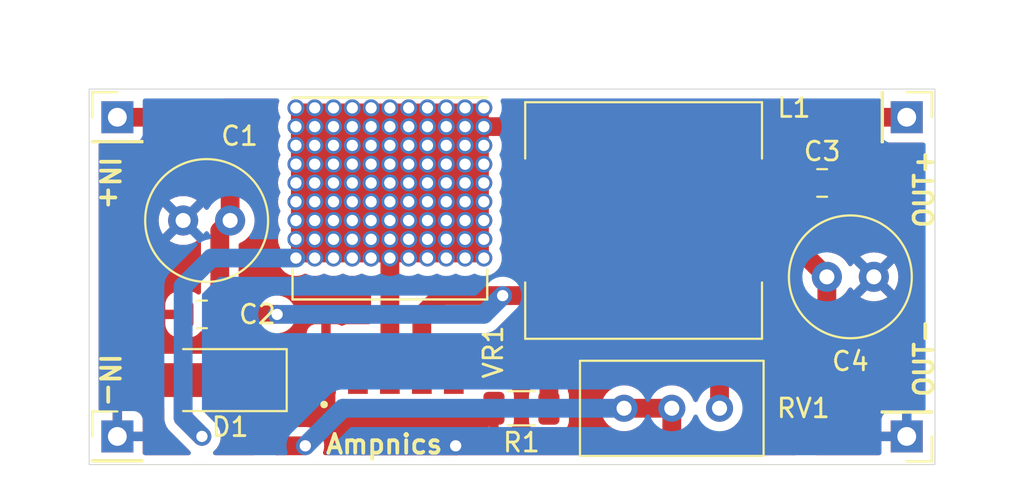
<source format=kicad_pcb>
(kicad_pcb (version 20240108) (generator "pcbnew") (generator_version "8.0")
  (layers (0 "F.Cu" signal) (31 "B.Cu" signal) (34 "B.Paste" user) (35 "F.Paste" user) (36 "B.SilkS" user "B.Silkscreen") (37 "F.SilkS" user "F.Silkscreen") (38 "B.Mask" user) (39 "F.Mask" user) (44 "Edge.Cuts" user))
  (net 0 "")
  (net 1 "GND")
  (net 2 "Net-(J1-Pin_1)")
  (net 3 "Net-(D1-K)")
  (net 4 "Net-(D1-A)")
  (net 5 "Net-(VR1-FB)")
  (footprint "Inductor_SMD:L_12x12mm_H8mm" (layer "F.Cu") (at 155 96.5)
    (property "Reference" "L1" (at 8 -6 0) (layer "F.SilkS"))
    (property "Value" "33uH")
    (fp_line (start -6.3 -6.3) (end 6.3 -6.3) (stroke (width 0.12)) (layer "F.SilkS"))
    (fp_line (start -6.3 -3.3) (end -6.3 -6.3) (stroke (width 0.12)) (layer "F.SilkS"))
    (fp_line (start -6.3 6.3) (end -6.3 3.3) (stroke (width 0.12)) (layer "F.SilkS"))
    (fp_line (start 6.3 -6.3) (end 6.3 -3.3) (stroke (width 0.12)) (layer "F.SilkS"))
    (fp_line (start 6.3 3.3) (end 6.3 6.3) (stroke (width 0.12)) (layer "F.SilkS"))
    (fp_line (start 6.3 6.3) (end -6.3 6.3) (stroke (width 0.12)) (layer "F.SilkS"))
    (pad "1" smd rect (at -4.95 0) (size 2.9 5.4) (layers "F.Cu" "F.Paste" "F.Mask") (net 2 "Net-(J1-Pin_1)"))
    (pad "2" smd rect (at 4.95 0) (size 2.9 5.4) (layers "F.Cu" "F.Paste" "F.Mask") (net 4 "Net-(D1-A)"))
  )
  (footprint "Connector_PinHeader_2.54mm:PinHeader_1x01_P2.54mm_Vertical" (layer "F.Cu") (at 127 108)
    (property "Reference" "J2" (hide yes))
    (property "Value" "Conn_01x01_Pin")
    (fp_line (start -1.33 -1.33) (end 0 -1.33) (stroke (width 0.12)) (layer "F.SilkS"))
    (fp_line (start -1.33 0) (end -1.33 -1.33) (stroke (width 0.12)) (layer "F.SilkS"))
    (fp_line (start -1.33 1.27) (end -1.33 1.33) (stroke (width 0.12)) (layer "F.SilkS"))
    (fp_line (start -1.33 1.27) (end 1.33 1.27) (stroke (width 0.12)) (layer "F.SilkS"))
    (fp_line (start -1.33 1.33) (end 1.33 1.33) (stroke (width 0.12)) (layer "F.SilkS"))
    (fp_line (start 1.33 1.27) (end 1.33 1.33) (stroke (width 0.12)) (layer "F.SilkS"))
    (pad "1" thru_hole rect (at 0 0) (size 1.7 1.7) (drill 1) (layers "*.Cu" "*.Mask") (net 1 "GND"))
  )
  (footprint "Capacitor_THT:C_Radial_D6.3mm_H11.0mm_P2.50mm" (layer "F.Cu") (at 133 96.5 180)
    (property "Reference" "C1" (at -0.5 4.5 0) (layer "F.SilkS"))
    (property "Value" "47uF/50V")
    (fp_circle (center 1.25 0) (end 4.52 0) (stroke (width 0.12)) (fill none) (layer "F.SilkS"))
    (pad "1" thru_hole circle (at 0 0 180) (size 1.6 1.6) (drill 0.8) (layers "*.Cu" "*.Mask") (net 2 "Net-(J1-Pin_1)"))
    (pad "2" thru_hole circle (at 2.5 0 180) (size 1.6 1.6) (drill 0.8) (layers "*.Cu" "*.Mask") (net 1 "GND"))
  )
  (footprint "Capacitor_SMD:C_0805_2012Metric" (layer "F.Cu") (at 131.5 101.5 180)
    (property "Reference" "C2" (at -2.95 0 0) (layer "F.SilkS"))
    (property "Value" "1uF")
    (fp_line (start -0.261252 0.735) (end 0.261252 0.735) (stroke (width 0.12)) (layer "F.SilkS"))
    (fp_line (start -0.261252 -0.735) (end 0.261252 -0.735) (stroke (width 0.12)) (layer "F.SilkS"))
    (pad "1" smd roundrect (at -0.95 0 180) (size 1 1.45) (layers "F.Cu" "F.Paste" "F.Mask") (net 2 "Net-(J1-Pin_1)"))
    (pad "2" smd roundrect (at 0.95 0 180) (size 1 1.45) (layers "F.Cu" "F.Paste" "F.Mask") (net 1 "GND"))
  )
  (footprint "Resistor_SMD:R_1206_3216Metric" (layer "F.Cu") (at 148.5 106.5 180)
    (property "Reference" "R1" (at 0 -1.82 0) (layer "F.SilkS"))
    (property "Value" "1K")
    (fp_line (start -0.727064 0.91) (end 0.727064 0.91) (stroke (width 0.12)) (layer "F.SilkS"))
    (fp_line (start -0.727064 -0.91) (end 0.727064 -0.91) (stroke (width 0.12)) (layer "F.SilkS"))
    (pad "1" smd roundrect (at -1.4625 0 180) (size 1.125 1.75) (layers "F.Cu" "F.Paste" "F.Mask") (roundrect_rratio 0.222222) (net 5 "Net-(VR1-FB)"))
    (pad "2" smd roundrect (at 1.4625 0 180) (size 1.125 1.75) (layers "F.Cu" "F.Paste" "F.Mask") (roundrect_rratio 0.222222) (net 1 "GND"))
  )
  (footprint "Connector_PinHeader_2.54mm:PinHeader_1x01_P2.54mm_Vertical" (layer "F.Cu") (at 169 108 180)
    (property "Reference" "J3" (hide yes))
    (property "Value" "Conn_01x01_Pin")
    (fp_line (start 1.33 1.27) (end 1.33 1.33) (stroke (width 0.12)) (layer "F.SilkS"))
    (fp_line (start -1.33 1.33) (end 1.33 1.33) (stroke (width 0.12)) (layer "F.SilkS"))
    (fp_line (start -1.33 1.27) (end 1.33 1.27) (stroke (width 0.12)) (layer "F.SilkS"))
    (fp_line (start -1.33 1.27) (end -1.33 1.33) (stroke (width 0.12)) (layer "F.SilkS"))
    (fp_line (start -1.33 0) (end -1.33 -1.33) (stroke (width 0.12)) (layer "F.SilkS"))
    (fp_line (start -1.33 -1.33) (end 0 -1.33) (stroke (width 0.12)) (layer "F.SilkS"))
    (pad "1" thru_hole rect (at 0 0 180) (size 1.7 1.7) (drill 1) (layers "*.Cu" "*.Mask") (net 1 "GND"))
  )
  (footprint "Capacitor_THT:C_Radial_D6.3mm_H11.0mm_P2.50mm" (layer "F.Cu") (at 164.75 99.5)
    (property "Reference" "C4" (at 1.25 4.5 0) (layer "F.SilkS"))
    (property "Value" "220uF/50V")
    (fp_circle (center 1.25 0) (end 4.52 0) (stroke (width 0.12)) (fill none) (layer "F.SilkS"))
    (pad "1" thru_hole circle (at 0 0) (size 1.6 1.6) (drill 0.8) (layers "*.Cu" "*.Mask") (net 3 "Net-(D1-K)"))
    (pad "2" thru_hole circle (at 2.5 0) (size 1.6 1.6) (drill 0.8) (layers "*.Cu" "*.Mask") (net 1 "GND"))
  )
  (footprint "Capacitor_SMD:C_0805_2012Metric" (layer "F.Cu") (at 164.5 94.5)
    (property "Reference" "C3" (at 0 -1.68 0) (layer "F.SilkS"))
    (property "Value" "1uF")
    (fp_line (start -0.261252 -0.735) (end 0.261252 -0.735) (stroke (width 0.12)) (layer "F.SilkS"))
    (fp_line (start -0.261252 0.735) (end 0.261252 0.735) (stroke (width 0.12)) (layer "F.SilkS"))
    (pad "1" smd roundrect (at -0.95 0) (size 1 1.45) (layers "F.Cu" "F.Paste" "F.Mask") (net 3 "Net-(D1-K)"))
    (pad "2" smd roundrect (at 0.95 0) (size 1 1.45) (layers "F.Cu" "F.Paste" "F.Mask") (net 1 "GND"))
  )
  (footprint "Connector_PinHeader_2.54mm:PinHeader_1x01_P2.54mm_Vertical" (layer "F.Cu") (at 127 91)
    (property "Reference" "J1" (hide yes))
    (property "Value" "Conn_01x01_Pin")
    (fp_line (start -1.33 -1.33) (end 0 -1.33) (stroke (width 0.12)) (layer "F.SilkS"))
    (fp_line (start -1.33 0) (end -1.33 -1.33) (stroke (width 0.12)) (layer "F.SilkS"))
    (fp_line (start -1.33 1.27) (end -1.33 1.33) (stroke (width 0.12)) (layer "F.SilkS"))
    (fp_line (start -1.33 1.27) (end 1.33 1.27) (stroke (width 0.12)) (layer "F.SilkS"))
    (fp_line (start -1.33 1.33) (end 1.33 1.33) (stroke (width 0.12)) (layer "F.SilkS"))
    (fp_line (start 1.33 1.27) (end 1.33 1.33) (stroke (width 0.12)) (layer "F.SilkS"))
    (pad "1" thru_hole rect (at 0 0) (size 1.7 1.7) (drill 1) (layers "*.Cu" "*.Mask") (net 2 "Net-(J1-Pin_1)"))
  )
  (footprint "Connector_PinHeader_2.54mm:PinHeader_1x01_P2.54mm_Vertical" (layer "F.Cu") (at 169 91 -90)
    (property "Reference" "J4" (hide yes))
    (property "Value" "Conn_01x01_Pin")
    (fp_line (start -1.33 1.33) (end 1.33 1.33) (stroke (width 0.12)) (layer "F.SilkS"))
    (fp_line (start -1.33 1.27) (end -1.33 1.33) (stroke (width 0.12)) (layer "F.SilkS"))
    (fp_line (start -1.33 1.27) (end 1.33 1.27) (stroke (width 0.12)) (layer "F.SilkS"))
    (fp_line (start 1.33 1.27) (end 1.33 1.33) (stroke (width 0.12)) (layer "F.SilkS"))
    (fp_line (start -1.33 0) (end -1.33 -1.33) (stroke (width 0.12)) (layer "F.SilkS"))
    (fp_line (start -1.33 -1.33) (end 0 -1.33) (stroke (width 0.12)) (layer "F.SilkS"))
    (pad "1" thru_hole rect (at 0 0 270) (size 1.7 1.7) (drill 1) (layers "*.Cu" "*.Mask") (net 3 "Net-(D1-K)"))
  )
  (footprint "XL6009:XL6009" (layer "F.Cu") (at 141.5 98 90)
    (property "Reference" "VR1" (at -5.5 5.5 90) (layer "F.SilkS"))
    (property "Value" "XL6009")
    (fp_line (start 8.05 -5.18) (end 8.05 5.18) (stroke (width 0.127)) (layer "F.SilkS"))
    (fp_line (start -1.1 -5.18) (end -2.705 -5.18) (stroke (width 0.127)) (layer "F.SilkS"))
    (fp_line (start -2.705 -5.18) (end -2.705 5.18) (stroke (width 0.127)) (layer "F.SilkS"))
    (fp_line (start -1.1 5.18) (end -2.705 5.18) (stroke (width 0.127)) (layer "F.SilkS"))
    (fp_circle (center -8.3 -3.5) (end -8.2 -3.5) (stroke (width 0.2)) (fill none) (layer "F.SilkS"))
    (pad "1" smd rect (at -6.13 -3.4 90) (size 3.21 1.05) (layers "F.Cu" "F.Paste" "F.Mask") (net 1 "GND"))
    (pad "2" smd rect (at -6.13 -1.7 90) (size 3.21 1.05) (layers "F.Cu" "F.Paste" "F.Mask"))
    (pad "3" smd rect (at -6.13 0 90) (size 3.21 1.05) (layers "F.Cu" "F.Paste" "F.Mask") (net 4 "Net-(D1-A)"))
    (pad "4" smd rect (at -6.13 1.7 90) (size 3.21 1.05) (layers "F.Cu" "F.Paste" "F.Mask") (net 2 "Net-(J1-Pin_1)"))
    (pad "5" smd rect (at -6.13 3.4 90) (size 3.21 1.05) (layers "F.Cu" "F.Paste" "F.Mask") (net 5 "Net-(VR1-FB)"))
    (pad "6" smd rect (at 3.5 0 90) (size 8.46 10.53) (layers "F.Cu" "F.Mask") (net 4 "Net-(D1-A)"))
  )
  (footprint "Diode_SMD:D_SMA" (layer "F.Cu") (at 132.5 105 180)
    (property "Reference" "D1" (at -0.5 -2.5 0) (layer "F.SilkS"))
    (property "Value" "SS34")
    (fp_line (start -3.51 1.65) (end 2 1.65) (stroke (width 0.12)) (layer "F.SilkS"))
    (fp_line (start -3.51 -1.65) (end 2 -1.65) (stroke (width 0.12)) (layer "F.SilkS"))
    (fp_line (start -3.51 -1.65) (end -3.51 1.65) (stroke (width 0.12)) (layer "F.SilkS"))
    (pad "1" smd roundrect (at -2 0 180) (size 2.5 1.8) (layers "F.Cu" "F.Paste" "F.Mask") (roundrect_rratio 0.1388888889) (net 3 "Net-(D1-K)"))
    (pad "2" smd roundrect (at 2 0 180) (size 2.5 1.8) (layers "F.Cu" "F.Paste" "F.Mask") (roundrect_rratio 0.1388888889) (net 4 "Net-(D1-A)"))
  )
  (footprint "Potentiometer_THT:Potentiometer_Bourns_3296W_Vertical" (layer "F.Cu") (at 159.04 106.5)
    (property "Reference" "RV1" (at 4.46 0 0) (layer "F.SilkS"))
    (property "Value" "50K")
    (fp_line (start -7.425 -2.53) (end -7.425 2.54) (stroke (width 0.12)) (layer "F.SilkS"))
    (fp_line (start -7.425 -2.53) (end 2.345 -2.53) (stroke (width 0.12)) (layer "F.SilkS"))
    (fp_line (start -7.425 2.54) (end 2.345 2.54) (stroke (width 0.12)) (layer "F.SilkS"))
    (fp_line (start 2.345 -2.53) (end 2.345 2.54) (stroke (width 0.12)) (layer "F.SilkS"))
    (pad "1" thru_hole circle (at 0 0) (size 1.44 1.44) (drill 0.8) (layers "*.Cu" "*.Mask") (net 5 "Net-(VR1-FB)"))
    (pad "2" thru_hole circle (at -2.54 0) (size 1.44 1.44) (drill 0.8) (layers "*.Cu" "*.Mask") (net 3 "Net-(D1-K)"))
    (pad "3" thru_hole circle (at -5.08 0) (size 1.44 1.44) (drill 0.8) (layers "*.Cu" "*.Mask") (net 3 "Net-(D1-K)"))
  )
  (gr_rect (start 125.5 89.5) (end 170.5 109.5) (stroke (width 0.05)) (fill none) (layer "Edge.Cuts"))
  (gr_text "IN+" (at 126 93 270) (layer "F.SilkS") (effects (font (size 1 1) (thickness 0.2) (bold yes)) (justify left bottom)))
  (gr_text "Ampnics" (at 138 109 0) (layer "F.SilkS") (effects (font (size 1 1) (thickness 0.2) (bold yes)) (justify left bottom)))
  (gr_text "IN-" (at 126 103.5 270) (layer "F.SilkS") (effects (font (size 1 1) (thickness 0.2) (bold yes)) (justify left bottom)))
  (gr_text "OUT-" (at 170.5 106 90) (layer "F.SilkS") (effects (font (size 1 1) (thickness 0.2) (bold yes)) (justify left bottom)))
  (gr_text "OUT+" (at 170.5 97 90) (layer "F.SilkS") (effects (font (size 1 1) (thickness 0.2) (bold yes)) (justify left bottom)))
  (segment (start 140 108.5) (end 145 108.5) (width 1) (layer "F.Cu") (net 1))
  (segment (start 138.1 104.13) (end 138.1 106.6) (width 1) (layer "F.Cu") (net 1))
  (segment (start 145.0375 108.5) (end 147.0375 106.5) (width 1) (layer "F.Cu") (net 1))
  (segment (start 145 108.5) (end 145.0375 108.5) (width 1) (layer "F.Cu") (net 1))
  (segment (start 138.1 106.6) (end 140 108.5) (width 1) (layer "F.Cu") (net 1))
  (via (at 145 108.5) (size 0.9) (drill 0.6) (layers "F.Cu" "B.Cu") (net 1))
  (segment (start 127 91) (end 132 91) (width 1) (layer "F.Cu") (net 2))
  (segment (start 132.45 97.05) (end 133 96.5) (width 1) (layer "F.Cu") (net 2))
  (segment (start 132.45 101.5) (end 132.45 97.05) (width 1) (layer "F.Cu") (net 2))
  (segment (start 143.2 104.13) (end 143.2 101.525) (width 1) (layer "F.Cu") (net 2))
  (segment (start 132 91) (end 133 92) (width 1) (layer "F.Cu") (net 2))
  (segment (start 133 92) (end 133 96.5) (width 1) (layer "F.Cu") (net 2))
  (segment (start 132.45 101.5) (end 135.5 101.5) (width 1) (layer "F.Cu") (net 2))
  (segment (start 146.5 100.5) (end 147.5 100.5) (width 1) (layer "F.Cu") (net 2))
  (segment (start 149.5 100.5) (end 150.05 99.95) (width 1) (layer "F.Cu") (net 2))
  (segment (start 147.5 100.5) (end 149.5 100.5) (width 1) (layer "F.Cu") (net 2))
  (segment (start 150.05 99.95) (end 150.05 96.5) (width 1) (layer "F.Cu") (net 2))
  (segment (start 144.225 100.5) (end 146.5 100.5) (width 1) (layer "F.Cu") (net 2))
  (segment (start 143.2 101.525) (end 144.225 100.5) (width 1) (layer "F.Cu") (net 2))
  (via (at 147.5 100.5) (size 0.9) (drill 0.6) (layers "F.Cu" "B.Cu") (net 2))
  (via (at 135.5 101.5) (size 0.9) (drill 0.6) (layers "F.Cu" "B.Cu") (net 2))
  (segment (start 146.5 101.5) (end 147.5 100.5) (width 1) (layer "B.Cu") (net 2))
  (segment (start 135.5 101.5) (end 146.5 101.5) (width 1) (layer "B.Cu") (net 2))
  (segment (start 134.5 107.5) (end 134.5 105) (width 1) (layer "F.Cu") (net 3))
  (segment (start 137 108.5) (end 135.5 108.5) (width 1) (layer "F.Cu") (net 3))
  (segment (start 153.96 106.5) (end 156.5 106.5) (width 1) (layer "F.Cu") (net 3))
  (segment (start 157 108.5) (end 163 108.5) (width 1) (layer "F.Cu") (net 3))
  (segment (start 163.5 93) (end 163.55 93.05) (width 1) (layer "F.Cu") (net 3))
  (segment (start 164.75 106.75) (end 164.75 99.5) (width 1) (layer "F.Cu") (net 3))
  (segment (start 163.55 98.3) (end 164.75 99.5) (width 1) (layer "F.Cu") (net 3))
  (segment (start 165.5 91) (end 163.5 93) (width 1) (layer "F.Cu") (net 3))
  (segment (start 169 91) (end 165.5 91) (width 1) (layer "F.Cu") (net 3))
  (segment (start 135.5 108.5) (end 134.5 107.5) (width 1) (layer "F.Cu") (net 3))
  (segment (start 163 108.5) (end 164.75 106.75) (width 1) (layer "F.Cu") (net 3))
  (segment (start 163.55 94.5) (end 163.55 98.3) (width 1) (layer "F.Cu") (net 3))
  (segment (start 163.55 93.05) (end 163.55 94.5) (width 1) (layer "F.Cu") (net 3))
  (segment (start 156.5 106.5) (end 156.5 108) (width 1) (layer "F.Cu") (net 3))
  (segment (start 156.5 108) (end 157 108.5) (width 1) (layer "F.Cu") (net 3))
  (via (at 137 108.5) (size 0.9) (drill 0.6) (layers "F.Cu" "B.Cu") (net 3))
  (segment (start 137 108.5) (end 139 106.5) (width 1) (layer "B.Cu") (net 3))
  (segment (start 139 106.5) (end 153.96 106.5) (width 1) (layer "B.Cu") (net 3))
  (segment (start 141.5 104.13) (end 141.5 94.5) (width 1) (layer "F.Cu") (net 4))
  (segment (start 130.5 105) (end 130.5 107) (width 1) (layer "F.Cu") (net 4))
  (segment (start 157 91.5) (end 146.5 91.5) (width 1) (layer "F.Cu") (net 4))
  (segment (start 159.95 96.5) (end 159.95 94.45) (width 1) (layer "F.Cu") (net 4))
  (segment (start 159.95 94.45) (end 157 91.5) (width 1) (layer "F.Cu") (net 4))
  (segment (start 130.5 107) (end 131.5 108) (width 1) (layer "F.Cu") (net 4))
  (via (at 145.5 92.5) (size 0.9) (drill 0.6) (layers "F.Cu" "B.Cu") (net 4))
  (via (at 145.5 91.5) (size 0.9) (drill 0.6) (layers "F.Cu" "B.Cu") (net 4))
  (via (at 141.5 92.5) (size 0.9) (drill 0.6) (layers "F.Cu" "B.Cu") (net 4))
  (via (at 145.5 94.5) (size 0.9) (drill 0.6) (layers "F.Cu" "B.Cu") (net 4))
  (via (at 140.5 95.5) (size 0.9) (drill 0.6) (layers "F.Cu" "B.Cu") (net 4))
  (via (at 144.5 92.5) (size 0.9) (drill 0.6) (layers "F.Cu" "B.Cu") (net 4))
  (via (at 136.5 98.5) (size 0.9) (drill 0.6) (layers "F.Cu" "B.Cu") (net 4))
  (via (at 146.5 91.5) (size 0.9) (drill 0.6) (layers "F.Cu" "B.Cu") (net 4))
  (via (at 143.5 93.5) (size 0.9) (drill 0.6) (layers "F.Cu" "B.Cu") (net 4))
  (via (at 137.5 95.5) (size 0.9) (drill 0.6) (layers "F.Cu" "B.Cu") (net 4))
  (via (at 141.5 97.5) (size 0.9) (drill 0.6) (layers "F.Cu" "B.Cu") (net 4))
  (via (at 146.5 96.5) (size 0.9) (drill 0.6) (layers "F.Cu" "B.Cu") (net 4))
  (via (at 145.5 98.5) (size 0.9) (drill 0.6) (layers "F.Cu" "B.Cu") (net 4))
  (via (at 142.5 95.5) (size 0.9) (drill 0.6) (layers "F.Cu" "B.Cu") (net 4))
  (via (at 141.5 93.5) (size 0.9) (drill 0.6) (layers "F.Cu" "B.Cu") (net 4))
  (via (at 144.5 93.5) (size 0.9) (drill 0.6) (layers "F.Cu" "B.Cu") (net 4))
  (via (at 143.5 92.5) (size 0.9) (drill 0.6) (layers "F.Cu" "B.Cu") (net 4))
  (via (at 136.5 91.5) (size 0.9) (drill 0.6) (layers "F.Cu" "B.Cu") (net 4))
  (via (at 139.5 92.5) (size 0.9) (drill 0.6) (layers "F.Cu" "B.Cu") (net 4))
  (via (at 145.5 95.5) (size 0.9) (drill 0.6) (layers "F.Cu" "B.Cu") (net 4))
  (via (at 145.5 90.5) (size 0.9) (drill 0.6) (layers "F.Cu" "B.Cu") (net 4))
  (via (at 140.5 91.5) (size 0.9) (drill 0.6) (layers "F.Cu" "B.Cu") (net 4))
  (via (at 140.5 93.5) (size 0.9) (drill 0.6) (layers "F.Cu" "B.Cu") (net 4))
  (via (at 143.5 98.5) (size 0.9) (drill 0.6) (layers "F.Cu" "B.Cu") (net 4))
  (via (at 145.5 97.5) (size 0.9) (drill 0.6) (layers "F.Cu" "B.Cu") (net 4))
  (via (at 137.5 92.5) (size 0.9) (drill 0.6) (layers "F.Cu" "B.Cu") (net 4))
  (via (at 141.5 95.5) (size 0.9) (drill 0.6) (layers "F.Cu" "B.Cu") (net 4))
  (via (at 141.5 96.5) (size 0.9) (drill 0.6) (layers "F.Cu" "B.Cu") (net 4))
  (via (at 142.5 98.5) (size 0.9) (drill 0.6) (layers "F.Cu" "B.Cu") (net 4))
  (via (at 142.5 93.5) (size 0.9) (drill 0.6) (layers "F.Cu" "B.Cu") (net 4))
  (via (at 139.5 91.5) (size 0.9) (drill 0.6) (layers "F.Cu" "B.Cu") (net 4))
  (via (at 137.5 90.5) (size 0.9) (drill 0.6) (layers "F.Cu" "B.Cu") (net 4))
  (via (at 137.5 97.5) (size 0.9) (drill 0.6) (layers "F.Cu" "B.Cu") (net 4))
  (via (at 146.5 90.5) (size 0.9) (drill 0.6) (layers "F.Cu" "B.Cu") (net 4))
  (via (at 146.5 98.5) (size 0.9) (drill 0.6) (layers "F.Cu" "B.Cu") (net 4))
  (via (at 144.5 95.5) (size 0.9) (drill 0.6) (layers "F.Cu" "B.Cu") (net 4))
  (via (at 142.5 92.5) (size 0.9) (drill 0.6) (layers "F.Cu" "B.Cu") (net 4))
  (via (at 142.5 90.5) (size 0.9) (drill 0.6) (layers "F.Cu" "B.Cu") (net 4))
  (via (at 143.5 90.5) (size 0.9) (drill 0.6) (layers "F.Cu" "B.Cu") (net 4))
  (via (at 140.5 97.5) (size 0.9) (drill 0.6) (layers "F.Cu" "B.Cu") (net 4))
  (via (at 139.5 98.5) (size 0.9) (drill 0.6) (layers "F.Cu" "B.Cu") (net 4))
  (via (at 138.5 93.5) (size 0.9) (drill 0.6) (layers "F.Cu" "B.Cu") (net 4))
  (via (at 138.5 95.5) (size 0.9) (drill 0.6) (layers "F.Cu" "B.Cu") (net 4))
  (via (at 140.5 98.5) (size 0.9) (drill 0.6) (layers "F.Cu" "B.Cu") (net 4))
  (via (at 143.5 91.5) (size 0.9) (drill 0.6) (layers "F.Cu" "B.Cu") (net 4))
  (via (at 143.5 94.5) (size 0.9) (drill 0.6) (layers "F.Cu" "B.Cu") (net 4))
  (via (at 137.5 93.5) (size 0.9) (drill 0.6) (layers "F.Cu" "B.Cu") (net 4))
  (via (at 137.5 91.5) (size 0.9) (drill 0.6) (layers "F.Cu" "B.Cu") (net 4))
  (via (at 145.5 96.5) (size 0.9) (drill 0.6) (layers "F.Cu" "B.Cu") (net 4))
  (via (at 142.5 94.5) (size 0.9) (drill 0.6) (layers "F.Cu" "B.Cu") (net 4))
  (via (at 136.5 95.5) (size 0.9) (drill 0.6) (layers "F.Cu" "B.Cu") (net 4))
  (via (at 138.5 98.5) (size 0.9) (drill 0.6) (layers "F.Cu" "B.Cu") (net 4))
  (via (at 138.5 90.5) (size 0.9) (drill 0.6) (layers "F.Cu" "B.Cu") (net 4))
  (via (at 146.5 92.5) (size 0.9) (drill 0.6) (layers "F.Cu" "B.Cu") (net 4))
  (via (at 138.5 97.5) (size 0.9) (drill 0.6) (layers "F.Cu" "B.Cu") (net 4))
  (via (at 141.5 98.5) (size 0.9) (drill 0.6) (layers "F.Cu" "B.Cu") (net 4))
  (via (at 136.5 94.5) (size 0.9) (drill 0.6) (layers "F.Cu" "B.Cu") (net 4))
  (via (at 140.5 90.5) (size 0.9) (drill 0.6) (layers "F.Cu" "B.Cu") (net 4))
  (via (at 138.5 94.5) (size 0.9) (drill 0.6) (layers "F.Cu" "B.Cu") (net 4))
  (via (at 144.5 96.5) (size 0.9) (drill 0.6) (layers "F.Cu" "B.Cu") (net 4))
  (via (at 140.5 96.5) (size 0.9) (drill 0.6) (layers "F.Cu" "B.Cu") (net 4))
  (via (at 142.5 97.5) (size 0.9) (drill 0.6) (layers "F.Cu" "B.Cu") (net 4))
  (via (at 143.5 95.5) (size 0.9) (drill 0.6) (layers "F.Cu" "B.Cu") (net 4))
  (via (at 139.5 90.5) (size 0.9) (drill 0.6) (layers "F.Cu" "B.Cu") (net 4))
  (via (at 138.5 96.5) (size 0.9) (drill 0.6) (layers "F.Cu" "B.Cu") (net 4))
  (via (at 138.5 92.5) (size 0.9) (drill 0.6) (layers "F.Cu" "B.Cu") (net 4))
  (via (at 141.5 94.5) (size 0.9) (drill 0.6) (layers "F.Cu" "B.Cu") (net 4))
  (via (at 131.5 108) (size 0.9) (drill 0.6) (layers "F.Cu" "B.Cu") (net 4))
  (via (at 146.5 93.5) (size 0.9) (drill 0.6) (layers "F.Cu" "B.Cu") (net 4))
  (via (at 141.5 94.5) (size 0.9) (drill 0.6) (layers "F.Cu" "B.Cu") (net 4))
  (via (at 138.5 91.5) (size 0.9) (drill 0.6) (layers "F.Cu" "B.Cu") (net 4))
  (via (at 142.5 91.5) (size 0.9) (drill 0.6) (layers "F.Cu" "B.Cu") (net 4))
  (via (at 136.5 97.5) (size 0.9) (drill 0.6) (layers "F.Cu" "B.Cu") (net 4))
  (via (at 139.5 93.5) (size 0.9) (drill 0.6) (layers "F.Cu" "B.Cu") (net 4))
  (via (at 136.5 92.5) (size 0.9) (drill 0.6) (layers "F.Cu" "B.Cu") (net 4))
  (via (at 144.5 91.5) (size 0.9) (drill 0.6) (layers "F.Cu" "B.Cu") (net 4))
  (via (at 144.5 98.5) (size 0.9) (drill 0.6) (layers "F.Cu" "B.Cu") (net 4))
  (via (at 139.5 94.5) (size 0.9) (drill 0.6) (layers "F.Cu" "B.Cu") (net 4))
  (via (at 140.5 92.5) (size 0.9) (drill 0.6) (layers "F.Cu" "B.Cu") (net 4))
  (via (at 140.5 94.5) (size 0.9) (drill 0.6) (layers "F.Cu" "B.Cu") (net 4))
  (via (at 136.5 90.5) (size 0.9) (drill 0.6) (layers "F.Cu" "B.Cu") (net 4))
  (via (at 139.5 95.5) (size 0.9) (drill 0.6) (layers "F.Cu" "B.Cu") (net 4))
  (via (at 146.5 94.5) (size 0.9) (drill 0.6) (layers "F.Cu" "B.Cu") (net 4))
  (via (at 143.5 96.5) (size 0.9) (drill 0.6) (layers "F.Cu" "B.Cu") (net 4))
  (via (at 136.5 96.5) (size 0.9) (drill 0.6) (layers "F.Cu" "B.Cu") (net 4))
  (via (at 142.5 96.5) (size 0.9) (drill 0.6) (layers "F.Cu" "B.Cu") (net 4))
  (via (at 136.5 93.5) (size 0.9) (drill 0.6) (layers "F.Cu" "B.Cu") (net 4))
  (via (at 141.5 91.5) (size 0.9) (drill 0.6) (layers "F.Cu" "B.Cu") (net 4))
  (via (at 141.5 90.5) (size 0.9) (drill 0.6) (layers "F.Cu" "B.Cu") (net 4))
  (via (at 143.5 97.5) (size 0.9) (drill 0.6) (layers "F.Cu" "B.Cu") (net 4))
  (via (at 146.5 97.5) (size 0.9) (drill 0.6) (layers "F.Cu" "B.Cu") (net 4))
  (via (at 144.5 90.5) (size 0.9) (drill 0.6) (layers "F.Cu" "B.Cu") (net 4))
  (via (at 137.5 96.5) (size 0.9) (drill 0.6) (layers "F.Cu" "B.Cu") (net 4))
  (via (at 137.5 98.5) (size 0.9) (drill 0.6) (layers "F.Cu" "B.Cu") (net 4))
  (via (at 144.5 94.5) (size 0.9) (drill 0.6) (layers "F.Cu" "B.Cu") (net 4))
  (via (at 139.5 97.5) (size 0.9) (drill 0.6) (layers "F.Cu" "B.Cu") (net 4))
  (via (at 146.5 95.5) (size 0.9) (drill 0.6) (layers "F.Cu" "B.Cu") (net 4))
  (via (at 145.5 93.5) (size 0.9) (drill 0.6) (layers "F.Cu" "B.Cu") (net 4))
  (via (at 144.5 97.5) (size 0.9) (drill 0.6) (layers "F.Cu" "B.Cu") (net 4))
  (via (at 139.5 96.5) (size 0.9) (drill 0.6) (layers "F.Cu" "B.Cu") (net 4))
  (via (at 137.5 94.5) (size 0.9) (drill 0.6) (layers "F.Cu" "B.Cu") (net 4))
  (segment (start 136.5 98.5) (end 132 98.5) (width 1) (layer "B.Cu") (net 4))
  (segment (start 132 98.5) (end 130.5 100) (width 1) (layer "B.Cu") (net 4))
  (segment (start 130.5 100) (end 130.5 107) (width 1) (layer "B.Cu") (net 4))
  (segment (start 130.5 107) (end 131.5 108) (width 1) (layer "B.Cu") (net 4))
  (segment (start 149.9625 106.5) (end 149.9625 104.4625) (width 1) (layer "F.Cu") (net 5))
  (segment (start 148.5 104) (end 148.37 104.13) (width 1) (layer "F.Cu") (net 5))
  (segment (start 149.5 104) (end 148.5 104) (width 1) (layer "F.Cu") (net 5))
  (segment (start 149.9625 104.4625) (end 149.5 104) (width 1) (layer "F.Cu") (net 5))
  (segment (start 159.04 106.5) (end 159.04 105.04) (width 1) (layer "F.Cu") (net 5))
  (segment (start 159.04 105.04) (end 158 104) (width 1) (layer "F.Cu") (net 5))
  (segment (start 148.37 104.13) (end 144.9 104.13) (width 1) (layer "F.Cu") (net 5))
  (segment (start 158 104) (end 149.5 104) (width 1) (layer "F.Cu") (net 5))
  (zone (net 1) (net_name "GND") (layers "F&B.Cu") (connect_pads (clearance 0.5)) (min_thickness 0.25) (fill yes (thermal_gap 0.5) (thermal_bridge_width 0.5))
    (polygon (pts (xy 124.5 88.5) (xy 171.5 88.5) (xy 171.5 110.5) (xy 124.5 110.5)))
  )
)
</source>
